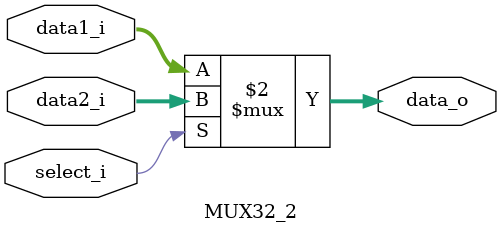
<source format=v>
module MUX32_2
(
    data1_i,
    data2_i,
    select_i,
    data_o
);

// Ports
input   [31:0]      data1_i;
input   [31:0]      data2_i;
input               select_i;
output  [31:0]      data_o; 


// Read Data      
assign  data_o = (select_i == 0)? data1_i : data2_i;
   
endmodule 

</source>
